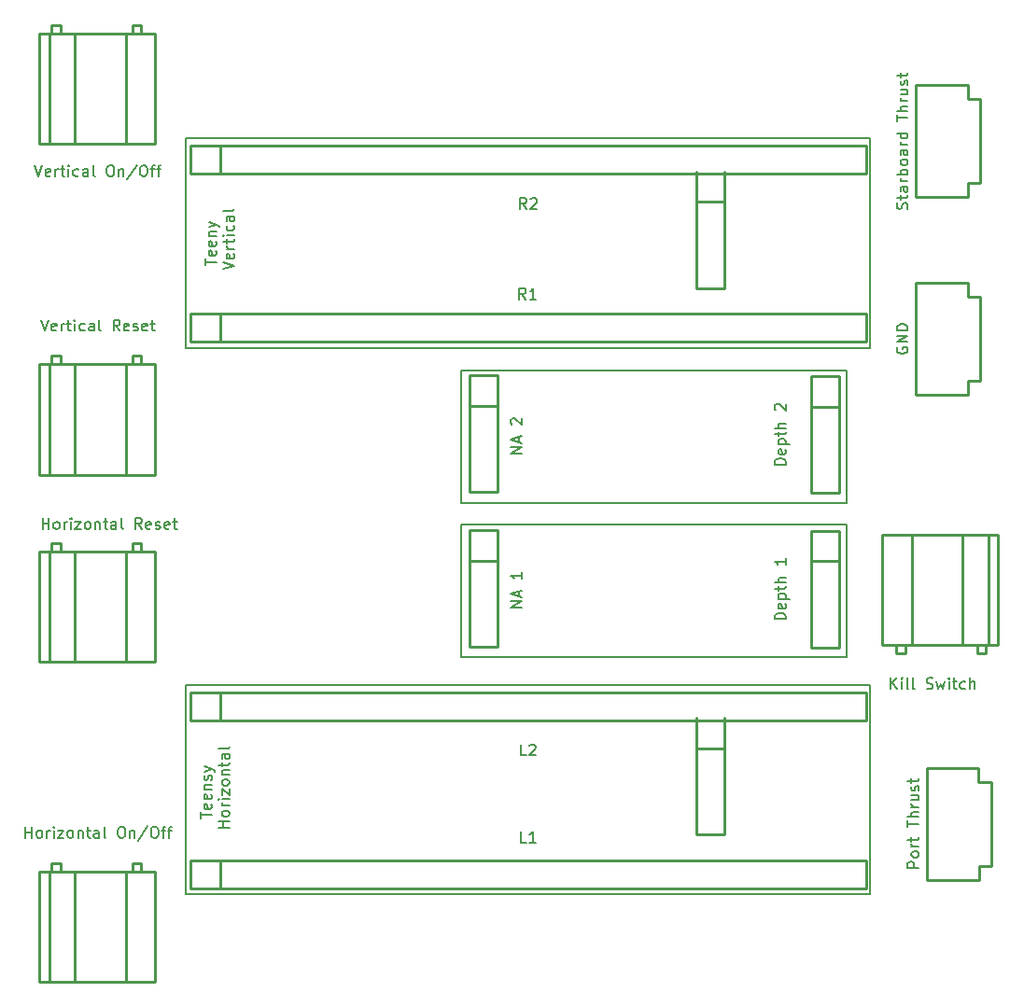
<source format=gbr>
%TF.GenerationSoftware,KiCad,Pcbnew,8.0.8*%
%TF.CreationDate,2025-01-20T13:06:51+08:00*%
%TF.ProjectId,project_pcb,70726f6a-6563-4745-9f70-63622e6b6963,rev?*%
%TF.SameCoordinates,Original*%
%TF.FileFunction,Legend,Top*%
%TF.FilePolarity,Positive*%
%FSLAX46Y46*%
G04 Gerber Fmt 4.6, Leading zero omitted, Abs format (unit mm)*
G04 Created by KiCad (PCBNEW 8.0.8) date 2025-01-20 13:06:51*
%MOMM*%
%LPD*%
G01*
G04 APERTURE LIST*
%ADD10C,0.200000*%
%ADD11C,0.250000*%
G04 APERTURE END LIST*
D10*
X86640000Y-93660000D02*
X86640000Y-74660000D01*
X146570000Y-107730000D02*
X111570000Y-107730000D01*
X86640000Y-143240000D02*
X86640000Y-124240000D01*
X111570000Y-95730000D02*
X146570000Y-95730000D01*
X111570000Y-121730000D02*
X111570000Y-109730000D01*
X146570000Y-95730000D02*
X146570000Y-107730000D01*
X148640000Y-124240000D02*
X148640000Y-143240000D01*
X86640000Y-124240000D02*
X148640000Y-124240000D01*
X111570000Y-107730000D02*
X111570000Y-95730000D01*
X146570000Y-109730000D02*
X146570000Y-121730000D01*
X86640000Y-74660000D02*
X148640000Y-74660000D01*
X146570000Y-121730000D02*
X111570000Y-121730000D01*
X148640000Y-74660000D02*
X148640000Y-93660000D01*
X148640000Y-93660000D02*
X86640000Y-93660000D01*
X111570000Y-109730000D02*
X146570000Y-109730000D01*
X148640000Y-143240000D02*
X86640000Y-143240000D01*
X87937275Y-136331904D02*
X87937275Y-135760476D01*
X88937275Y-136046190D02*
X87937275Y-136046190D01*
X88889656Y-135046190D02*
X88937275Y-135141428D01*
X88937275Y-135141428D02*
X88937275Y-135331904D01*
X88937275Y-135331904D02*
X88889656Y-135427142D01*
X88889656Y-135427142D02*
X88794417Y-135474761D01*
X88794417Y-135474761D02*
X88413465Y-135474761D01*
X88413465Y-135474761D02*
X88318227Y-135427142D01*
X88318227Y-135427142D02*
X88270608Y-135331904D01*
X88270608Y-135331904D02*
X88270608Y-135141428D01*
X88270608Y-135141428D02*
X88318227Y-135046190D01*
X88318227Y-135046190D02*
X88413465Y-134998571D01*
X88413465Y-134998571D02*
X88508703Y-134998571D01*
X88508703Y-134998571D02*
X88603941Y-135474761D01*
X88889656Y-134189047D02*
X88937275Y-134284285D01*
X88937275Y-134284285D02*
X88937275Y-134474761D01*
X88937275Y-134474761D02*
X88889656Y-134569999D01*
X88889656Y-134569999D02*
X88794417Y-134617618D01*
X88794417Y-134617618D02*
X88413465Y-134617618D01*
X88413465Y-134617618D02*
X88318227Y-134569999D01*
X88318227Y-134569999D02*
X88270608Y-134474761D01*
X88270608Y-134474761D02*
X88270608Y-134284285D01*
X88270608Y-134284285D02*
X88318227Y-134189047D01*
X88318227Y-134189047D02*
X88413465Y-134141428D01*
X88413465Y-134141428D02*
X88508703Y-134141428D01*
X88508703Y-134141428D02*
X88603941Y-134617618D01*
X88270608Y-133712856D02*
X88937275Y-133712856D01*
X88365846Y-133712856D02*
X88318227Y-133665237D01*
X88318227Y-133665237D02*
X88270608Y-133569999D01*
X88270608Y-133569999D02*
X88270608Y-133427142D01*
X88270608Y-133427142D02*
X88318227Y-133331904D01*
X88318227Y-133331904D02*
X88413465Y-133284285D01*
X88413465Y-133284285D02*
X88937275Y-133284285D01*
X88889656Y-132855713D02*
X88937275Y-132760475D01*
X88937275Y-132760475D02*
X88937275Y-132569999D01*
X88937275Y-132569999D02*
X88889656Y-132474761D01*
X88889656Y-132474761D02*
X88794417Y-132427142D01*
X88794417Y-132427142D02*
X88746798Y-132427142D01*
X88746798Y-132427142D02*
X88651560Y-132474761D01*
X88651560Y-132474761D02*
X88603941Y-132569999D01*
X88603941Y-132569999D02*
X88603941Y-132712856D01*
X88603941Y-132712856D02*
X88556322Y-132808094D01*
X88556322Y-132808094D02*
X88461084Y-132855713D01*
X88461084Y-132855713D02*
X88413465Y-132855713D01*
X88413465Y-132855713D02*
X88318227Y-132808094D01*
X88318227Y-132808094D02*
X88270608Y-132712856D01*
X88270608Y-132712856D02*
X88270608Y-132569999D01*
X88270608Y-132569999D02*
X88318227Y-132474761D01*
X88270608Y-132093808D02*
X88937275Y-131855713D01*
X88270608Y-131617618D02*
X88937275Y-131855713D01*
X88937275Y-131855713D02*
X89175370Y-131950951D01*
X89175370Y-131950951D02*
X89222989Y-131998570D01*
X89222989Y-131998570D02*
X89270608Y-132093808D01*
X90547219Y-137165238D02*
X89547219Y-137165238D01*
X90023409Y-137165238D02*
X90023409Y-136593810D01*
X90547219Y-136593810D02*
X89547219Y-136593810D01*
X90547219Y-135974762D02*
X90499600Y-136070000D01*
X90499600Y-136070000D02*
X90451980Y-136117619D01*
X90451980Y-136117619D02*
X90356742Y-136165238D01*
X90356742Y-136165238D02*
X90071028Y-136165238D01*
X90071028Y-136165238D02*
X89975790Y-136117619D01*
X89975790Y-136117619D02*
X89928171Y-136070000D01*
X89928171Y-136070000D02*
X89880552Y-135974762D01*
X89880552Y-135974762D02*
X89880552Y-135831905D01*
X89880552Y-135831905D02*
X89928171Y-135736667D01*
X89928171Y-135736667D02*
X89975790Y-135689048D01*
X89975790Y-135689048D02*
X90071028Y-135641429D01*
X90071028Y-135641429D02*
X90356742Y-135641429D01*
X90356742Y-135641429D02*
X90451980Y-135689048D01*
X90451980Y-135689048D02*
X90499600Y-135736667D01*
X90499600Y-135736667D02*
X90547219Y-135831905D01*
X90547219Y-135831905D02*
X90547219Y-135974762D01*
X90547219Y-135212857D02*
X89880552Y-135212857D01*
X90071028Y-135212857D02*
X89975790Y-135165238D01*
X89975790Y-135165238D02*
X89928171Y-135117619D01*
X89928171Y-135117619D02*
X89880552Y-135022381D01*
X89880552Y-135022381D02*
X89880552Y-134927143D01*
X90547219Y-134593809D02*
X89880552Y-134593809D01*
X89547219Y-134593809D02*
X89594838Y-134641428D01*
X89594838Y-134641428D02*
X89642457Y-134593809D01*
X89642457Y-134593809D02*
X89594838Y-134546190D01*
X89594838Y-134546190D02*
X89547219Y-134593809D01*
X89547219Y-134593809D02*
X89642457Y-134593809D01*
X89880552Y-134212857D02*
X89880552Y-133689048D01*
X89880552Y-133689048D02*
X90547219Y-134212857D01*
X90547219Y-134212857D02*
X90547219Y-133689048D01*
X90547219Y-133165238D02*
X90499600Y-133260476D01*
X90499600Y-133260476D02*
X90451980Y-133308095D01*
X90451980Y-133308095D02*
X90356742Y-133355714D01*
X90356742Y-133355714D02*
X90071028Y-133355714D01*
X90071028Y-133355714D02*
X89975790Y-133308095D01*
X89975790Y-133308095D02*
X89928171Y-133260476D01*
X89928171Y-133260476D02*
X89880552Y-133165238D01*
X89880552Y-133165238D02*
X89880552Y-133022381D01*
X89880552Y-133022381D02*
X89928171Y-132927143D01*
X89928171Y-132927143D02*
X89975790Y-132879524D01*
X89975790Y-132879524D02*
X90071028Y-132831905D01*
X90071028Y-132831905D02*
X90356742Y-132831905D01*
X90356742Y-132831905D02*
X90451980Y-132879524D01*
X90451980Y-132879524D02*
X90499600Y-132927143D01*
X90499600Y-132927143D02*
X90547219Y-133022381D01*
X90547219Y-133022381D02*
X90547219Y-133165238D01*
X89880552Y-132403333D02*
X90547219Y-132403333D01*
X89975790Y-132403333D02*
X89928171Y-132355714D01*
X89928171Y-132355714D02*
X89880552Y-132260476D01*
X89880552Y-132260476D02*
X89880552Y-132117619D01*
X89880552Y-132117619D02*
X89928171Y-132022381D01*
X89928171Y-132022381D02*
X90023409Y-131974762D01*
X90023409Y-131974762D02*
X90547219Y-131974762D01*
X89880552Y-131641428D02*
X89880552Y-131260476D01*
X89547219Y-131498571D02*
X90404361Y-131498571D01*
X90404361Y-131498571D02*
X90499600Y-131450952D01*
X90499600Y-131450952D02*
X90547219Y-131355714D01*
X90547219Y-131355714D02*
X90547219Y-131260476D01*
X90547219Y-130498571D02*
X90023409Y-130498571D01*
X90023409Y-130498571D02*
X89928171Y-130546190D01*
X89928171Y-130546190D02*
X89880552Y-130641428D01*
X89880552Y-130641428D02*
X89880552Y-130831904D01*
X89880552Y-130831904D02*
X89928171Y-130927142D01*
X90499600Y-130498571D02*
X90547219Y-130593809D01*
X90547219Y-130593809D02*
X90547219Y-130831904D01*
X90547219Y-130831904D02*
X90499600Y-130927142D01*
X90499600Y-130927142D02*
X90404361Y-130974761D01*
X90404361Y-130974761D02*
X90309123Y-130974761D01*
X90309123Y-130974761D02*
X90213885Y-130927142D01*
X90213885Y-130927142D02*
X90166266Y-130831904D01*
X90166266Y-130831904D02*
X90166266Y-130593809D01*
X90166266Y-130593809D02*
X90118647Y-130498571D01*
X90547219Y-129879523D02*
X90499600Y-129974761D01*
X90499600Y-129974761D02*
X90404361Y-130022380D01*
X90404361Y-130022380D02*
X89547219Y-130022380D01*
X88357275Y-86147142D02*
X88357275Y-85575714D01*
X89357275Y-85861428D02*
X88357275Y-85861428D01*
X89309656Y-84861428D02*
X89357275Y-84956666D01*
X89357275Y-84956666D02*
X89357275Y-85147142D01*
X89357275Y-85147142D02*
X89309656Y-85242380D01*
X89309656Y-85242380D02*
X89214417Y-85289999D01*
X89214417Y-85289999D02*
X88833465Y-85289999D01*
X88833465Y-85289999D02*
X88738227Y-85242380D01*
X88738227Y-85242380D02*
X88690608Y-85147142D01*
X88690608Y-85147142D02*
X88690608Y-84956666D01*
X88690608Y-84956666D02*
X88738227Y-84861428D01*
X88738227Y-84861428D02*
X88833465Y-84813809D01*
X88833465Y-84813809D02*
X88928703Y-84813809D01*
X88928703Y-84813809D02*
X89023941Y-85289999D01*
X89309656Y-84004285D02*
X89357275Y-84099523D01*
X89357275Y-84099523D02*
X89357275Y-84289999D01*
X89357275Y-84289999D02*
X89309656Y-84385237D01*
X89309656Y-84385237D02*
X89214417Y-84432856D01*
X89214417Y-84432856D02*
X88833465Y-84432856D01*
X88833465Y-84432856D02*
X88738227Y-84385237D01*
X88738227Y-84385237D02*
X88690608Y-84289999D01*
X88690608Y-84289999D02*
X88690608Y-84099523D01*
X88690608Y-84099523D02*
X88738227Y-84004285D01*
X88738227Y-84004285D02*
X88833465Y-83956666D01*
X88833465Y-83956666D02*
X88928703Y-83956666D01*
X88928703Y-83956666D02*
X89023941Y-84432856D01*
X88690608Y-83528094D02*
X89357275Y-83528094D01*
X88785846Y-83528094D02*
X88738227Y-83480475D01*
X88738227Y-83480475D02*
X88690608Y-83385237D01*
X88690608Y-83385237D02*
X88690608Y-83242380D01*
X88690608Y-83242380D02*
X88738227Y-83147142D01*
X88738227Y-83147142D02*
X88833465Y-83099523D01*
X88833465Y-83099523D02*
X89357275Y-83099523D01*
X88690608Y-82718570D02*
X89357275Y-82480475D01*
X88690608Y-82242380D02*
X89357275Y-82480475D01*
X89357275Y-82480475D02*
X89595370Y-82575713D01*
X89595370Y-82575713D02*
X89642989Y-82623332D01*
X89642989Y-82623332D02*
X89690608Y-82718570D01*
X89967219Y-86528095D02*
X90967219Y-86194762D01*
X90967219Y-86194762D02*
X89967219Y-85861429D01*
X90919600Y-85147143D02*
X90967219Y-85242381D01*
X90967219Y-85242381D02*
X90967219Y-85432857D01*
X90967219Y-85432857D02*
X90919600Y-85528095D01*
X90919600Y-85528095D02*
X90824361Y-85575714D01*
X90824361Y-85575714D02*
X90443409Y-85575714D01*
X90443409Y-85575714D02*
X90348171Y-85528095D01*
X90348171Y-85528095D02*
X90300552Y-85432857D01*
X90300552Y-85432857D02*
X90300552Y-85242381D01*
X90300552Y-85242381D02*
X90348171Y-85147143D01*
X90348171Y-85147143D02*
X90443409Y-85099524D01*
X90443409Y-85099524D02*
X90538647Y-85099524D01*
X90538647Y-85099524D02*
X90633885Y-85575714D01*
X90967219Y-84670952D02*
X90300552Y-84670952D01*
X90491028Y-84670952D02*
X90395790Y-84623333D01*
X90395790Y-84623333D02*
X90348171Y-84575714D01*
X90348171Y-84575714D02*
X90300552Y-84480476D01*
X90300552Y-84480476D02*
X90300552Y-84385238D01*
X90300552Y-84194761D02*
X90300552Y-83813809D01*
X89967219Y-84051904D02*
X90824361Y-84051904D01*
X90824361Y-84051904D02*
X90919600Y-84004285D01*
X90919600Y-84004285D02*
X90967219Y-83909047D01*
X90967219Y-83909047D02*
X90967219Y-83813809D01*
X90967219Y-83480475D02*
X90300552Y-83480475D01*
X89967219Y-83480475D02*
X90014838Y-83528094D01*
X90014838Y-83528094D02*
X90062457Y-83480475D01*
X90062457Y-83480475D02*
X90014838Y-83432856D01*
X90014838Y-83432856D02*
X89967219Y-83480475D01*
X89967219Y-83480475D02*
X90062457Y-83480475D01*
X90919600Y-82575714D02*
X90967219Y-82670952D01*
X90967219Y-82670952D02*
X90967219Y-82861428D01*
X90967219Y-82861428D02*
X90919600Y-82956666D01*
X90919600Y-82956666D02*
X90871980Y-83004285D01*
X90871980Y-83004285D02*
X90776742Y-83051904D01*
X90776742Y-83051904D02*
X90491028Y-83051904D01*
X90491028Y-83051904D02*
X90395790Y-83004285D01*
X90395790Y-83004285D02*
X90348171Y-82956666D01*
X90348171Y-82956666D02*
X90300552Y-82861428D01*
X90300552Y-82861428D02*
X90300552Y-82670952D01*
X90300552Y-82670952D02*
X90348171Y-82575714D01*
X90967219Y-81718571D02*
X90443409Y-81718571D01*
X90443409Y-81718571D02*
X90348171Y-81766190D01*
X90348171Y-81766190D02*
X90300552Y-81861428D01*
X90300552Y-81861428D02*
X90300552Y-82051904D01*
X90300552Y-82051904D02*
X90348171Y-82147142D01*
X90919600Y-81718571D02*
X90967219Y-81813809D01*
X90967219Y-81813809D02*
X90967219Y-82051904D01*
X90967219Y-82051904D02*
X90919600Y-82147142D01*
X90919600Y-82147142D02*
X90824361Y-82194761D01*
X90824361Y-82194761D02*
X90729123Y-82194761D01*
X90729123Y-82194761D02*
X90633885Y-82147142D01*
X90633885Y-82147142D02*
X90586266Y-82051904D01*
X90586266Y-82051904D02*
X90586266Y-81813809D01*
X90586266Y-81813809D02*
X90538647Y-81718571D01*
X90967219Y-81099523D02*
X90919600Y-81194761D01*
X90919600Y-81194761D02*
X90824361Y-81242380D01*
X90824361Y-81242380D02*
X89967219Y-81242380D01*
X73616189Y-110112219D02*
X73616189Y-109112219D01*
X73616189Y-109588409D02*
X74187617Y-109588409D01*
X74187617Y-110112219D02*
X74187617Y-109112219D01*
X74806665Y-110112219D02*
X74711427Y-110064600D01*
X74711427Y-110064600D02*
X74663808Y-110016980D01*
X74663808Y-110016980D02*
X74616189Y-109921742D01*
X74616189Y-109921742D02*
X74616189Y-109636028D01*
X74616189Y-109636028D02*
X74663808Y-109540790D01*
X74663808Y-109540790D02*
X74711427Y-109493171D01*
X74711427Y-109493171D02*
X74806665Y-109445552D01*
X74806665Y-109445552D02*
X74949522Y-109445552D01*
X74949522Y-109445552D02*
X75044760Y-109493171D01*
X75044760Y-109493171D02*
X75092379Y-109540790D01*
X75092379Y-109540790D02*
X75139998Y-109636028D01*
X75139998Y-109636028D02*
X75139998Y-109921742D01*
X75139998Y-109921742D02*
X75092379Y-110016980D01*
X75092379Y-110016980D02*
X75044760Y-110064600D01*
X75044760Y-110064600D02*
X74949522Y-110112219D01*
X74949522Y-110112219D02*
X74806665Y-110112219D01*
X75568570Y-110112219D02*
X75568570Y-109445552D01*
X75568570Y-109636028D02*
X75616189Y-109540790D01*
X75616189Y-109540790D02*
X75663808Y-109493171D01*
X75663808Y-109493171D02*
X75759046Y-109445552D01*
X75759046Y-109445552D02*
X75854284Y-109445552D01*
X76187618Y-110112219D02*
X76187618Y-109445552D01*
X76187618Y-109112219D02*
X76139999Y-109159838D01*
X76139999Y-109159838D02*
X76187618Y-109207457D01*
X76187618Y-109207457D02*
X76235237Y-109159838D01*
X76235237Y-109159838D02*
X76187618Y-109112219D01*
X76187618Y-109112219D02*
X76187618Y-109207457D01*
X76568570Y-109445552D02*
X77092379Y-109445552D01*
X77092379Y-109445552D02*
X76568570Y-110112219D01*
X76568570Y-110112219D02*
X77092379Y-110112219D01*
X77616189Y-110112219D02*
X77520951Y-110064600D01*
X77520951Y-110064600D02*
X77473332Y-110016980D01*
X77473332Y-110016980D02*
X77425713Y-109921742D01*
X77425713Y-109921742D02*
X77425713Y-109636028D01*
X77425713Y-109636028D02*
X77473332Y-109540790D01*
X77473332Y-109540790D02*
X77520951Y-109493171D01*
X77520951Y-109493171D02*
X77616189Y-109445552D01*
X77616189Y-109445552D02*
X77759046Y-109445552D01*
X77759046Y-109445552D02*
X77854284Y-109493171D01*
X77854284Y-109493171D02*
X77901903Y-109540790D01*
X77901903Y-109540790D02*
X77949522Y-109636028D01*
X77949522Y-109636028D02*
X77949522Y-109921742D01*
X77949522Y-109921742D02*
X77901903Y-110016980D01*
X77901903Y-110016980D02*
X77854284Y-110064600D01*
X77854284Y-110064600D02*
X77759046Y-110112219D01*
X77759046Y-110112219D02*
X77616189Y-110112219D01*
X78378094Y-109445552D02*
X78378094Y-110112219D01*
X78378094Y-109540790D02*
X78425713Y-109493171D01*
X78425713Y-109493171D02*
X78520951Y-109445552D01*
X78520951Y-109445552D02*
X78663808Y-109445552D01*
X78663808Y-109445552D02*
X78759046Y-109493171D01*
X78759046Y-109493171D02*
X78806665Y-109588409D01*
X78806665Y-109588409D02*
X78806665Y-110112219D01*
X79139999Y-109445552D02*
X79520951Y-109445552D01*
X79282856Y-109112219D02*
X79282856Y-109969361D01*
X79282856Y-109969361D02*
X79330475Y-110064600D01*
X79330475Y-110064600D02*
X79425713Y-110112219D01*
X79425713Y-110112219D02*
X79520951Y-110112219D01*
X80282856Y-110112219D02*
X80282856Y-109588409D01*
X80282856Y-109588409D02*
X80235237Y-109493171D01*
X80235237Y-109493171D02*
X80139999Y-109445552D01*
X80139999Y-109445552D02*
X79949523Y-109445552D01*
X79949523Y-109445552D02*
X79854285Y-109493171D01*
X80282856Y-110064600D02*
X80187618Y-110112219D01*
X80187618Y-110112219D02*
X79949523Y-110112219D01*
X79949523Y-110112219D02*
X79854285Y-110064600D01*
X79854285Y-110064600D02*
X79806666Y-109969361D01*
X79806666Y-109969361D02*
X79806666Y-109874123D01*
X79806666Y-109874123D02*
X79854285Y-109778885D01*
X79854285Y-109778885D02*
X79949523Y-109731266D01*
X79949523Y-109731266D02*
X80187618Y-109731266D01*
X80187618Y-109731266D02*
X80282856Y-109683647D01*
X80901904Y-110112219D02*
X80806666Y-110064600D01*
X80806666Y-110064600D02*
X80759047Y-109969361D01*
X80759047Y-109969361D02*
X80759047Y-109112219D01*
X82616190Y-110112219D02*
X82282857Y-109636028D01*
X82044762Y-110112219D02*
X82044762Y-109112219D01*
X82044762Y-109112219D02*
X82425714Y-109112219D01*
X82425714Y-109112219D02*
X82520952Y-109159838D01*
X82520952Y-109159838D02*
X82568571Y-109207457D01*
X82568571Y-109207457D02*
X82616190Y-109302695D01*
X82616190Y-109302695D02*
X82616190Y-109445552D01*
X82616190Y-109445552D02*
X82568571Y-109540790D01*
X82568571Y-109540790D02*
X82520952Y-109588409D01*
X82520952Y-109588409D02*
X82425714Y-109636028D01*
X82425714Y-109636028D02*
X82044762Y-109636028D01*
X83425714Y-110064600D02*
X83330476Y-110112219D01*
X83330476Y-110112219D02*
X83140000Y-110112219D01*
X83140000Y-110112219D02*
X83044762Y-110064600D01*
X83044762Y-110064600D02*
X82997143Y-109969361D01*
X82997143Y-109969361D02*
X82997143Y-109588409D01*
X82997143Y-109588409D02*
X83044762Y-109493171D01*
X83044762Y-109493171D02*
X83140000Y-109445552D01*
X83140000Y-109445552D02*
X83330476Y-109445552D01*
X83330476Y-109445552D02*
X83425714Y-109493171D01*
X83425714Y-109493171D02*
X83473333Y-109588409D01*
X83473333Y-109588409D02*
X83473333Y-109683647D01*
X83473333Y-109683647D02*
X82997143Y-109778885D01*
X83854286Y-110064600D02*
X83949524Y-110112219D01*
X83949524Y-110112219D02*
X84140000Y-110112219D01*
X84140000Y-110112219D02*
X84235238Y-110064600D01*
X84235238Y-110064600D02*
X84282857Y-109969361D01*
X84282857Y-109969361D02*
X84282857Y-109921742D01*
X84282857Y-109921742D02*
X84235238Y-109826504D01*
X84235238Y-109826504D02*
X84140000Y-109778885D01*
X84140000Y-109778885D02*
X83997143Y-109778885D01*
X83997143Y-109778885D02*
X83901905Y-109731266D01*
X83901905Y-109731266D02*
X83854286Y-109636028D01*
X83854286Y-109636028D02*
X83854286Y-109588409D01*
X83854286Y-109588409D02*
X83901905Y-109493171D01*
X83901905Y-109493171D02*
X83997143Y-109445552D01*
X83997143Y-109445552D02*
X84140000Y-109445552D01*
X84140000Y-109445552D02*
X84235238Y-109493171D01*
X85092381Y-110064600D02*
X84997143Y-110112219D01*
X84997143Y-110112219D02*
X84806667Y-110112219D01*
X84806667Y-110112219D02*
X84711429Y-110064600D01*
X84711429Y-110064600D02*
X84663810Y-109969361D01*
X84663810Y-109969361D02*
X84663810Y-109588409D01*
X84663810Y-109588409D02*
X84711429Y-109493171D01*
X84711429Y-109493171D02*
X84806667Y-109445552D01*
X84806667Y-109445552D02*
X84997143Y-109445552D01*
X84997143Y-109445552D02*
X85092381Y-109493171D01*
X85092381Y-109493171D02*
X85140000Y-109588409D01*
X85140000Y-109588409D02*
X85140000Y-109683647D01*
X85140000Y-109683647D02*
X84663810Y-109778885D01*
X85425715Y-109445552D02*
X85806667Y-109445552D01*
X85568572Y-109112219D02*
X85568572Y-109969361D01*
X85568572Y-109969361D02*
X85616191Y-110064600D01*
X85616191Y-110064600D02*
X85711429Y-110112219D01*
X85711429Y-110112219D02*
X85806667Y-110112219D01*
X73473332Y-91112219D02*
X73806665Y-92112219D01*
X73806665Y-92112219D02*
X74139998Y-91112219D01*
X74854284Y-92064600D02*
X74759046Y-92112219D01*
X74759046Y-92112219D02*
X74568570Y-92112219D01*
X74568570Y-92112219D02*
X74473332Y-92064600D01*
X74473332Y-92064600D02*
X74425713Y-91969361D01*
X74425713Y-91969361D02*
X74425713Y-91588409D01*
X74425713Y-91588409D02*
X74473332Y-91493171D01*
X74473332Y-91493171D02*
X74568570Y-91445552D01*
X74568570Y-91445552D02*
X74759046Y-91445552D01*
X74759046Y-91445552D02*
X74854284Y-91493171D01*
X74854284Y-91493171D02*
X74901903Y-91588409D01*
X74901903Y-91588409D02*
X74901903Y-91683647D01*
X74901903Y-91683647D02*
X74425713Y-91778885D01*
X75330475Y-92112219D02*
X75330475Y-91445552D01*
X75330475Y-91636028D02*
X75378094Y-91540790D01*
X75378094Y-91540790D02*
X75425713Y-91493171D01*
X75425713Y-91493171D02*
X75520951Y-91445552D01*
X75520951Y-91445552D02*
X75616189Y-91445552D01*
X75806666Y-91445552D02*
X76187618Y-91445552D01*
X75949523Y-91112219D02*
X75949523Y-91969361D01*
X75949523Y-91969361D02*
X75997142Y-92064600D01*
X75997142Y-92064600D02*
X76092380Y-92112219D01*
X76092380Y-92112219D02*
X76187618Y-92112219D01*
X76520952Y-92112219D02*
X76520952Y-91445552D01*
X76520952Y-91112219D02*
X76473333Y-91159838D01*
X76473333Y-91159838D02*
X76520952Y-91207457D01*
X76520952Y-91207457D02*
X76568571Y-91159838D01*
X76568571Y-91159838D02*
X76520952Y-91112219D01*
X76520952Y-91112219D02*
X76520952Y-91207457D01*
X77425713Y-92064600D02*
X77330475Y-92112219D01*
X77330475Y-92112219D02*
X77139999Y-92112219D01*
X77139999Y-92112219D02*
X77044761Y-92064600D01*
X77044761Y-92064600D02*
X76997142Y-92016980D01*
X76997142Y-92016980D02*
X76949523Y-91921742D01*
X76949523Y-91921742D02*
X76949523Y-91636028D01*
X76949523Y-91636028D02*
X76997142Y-91540790D01*
X76997142Y-91540790D02*
X77044761Y-91493171D01*
X77044761Y-91493171D02*
X77139999Y-91445552D01*
X77139999Y-91445552D02*
X77330475Y-91445552D01*
X77330475Y-91445552D02*
X77425713Y-91493171D01*
X78282856Y-92112219D02*
X78282856Y-91588409D01*
X78282856Y-91588409D02*
X78235237Y-91493171D01*
X78235237Y-91493171D02*
X78139999Y-91445552D01*
X78139999Y-91445552D02*
X77949523Y-91445552D01*
X77949523Y-91445552D02*
X77854285Y-91493171D01*
X78282856Y-92064600D02*
X78187618Y-92112219D01*
X78187618Y-92112219D02*
X77949523Y-92112219D01*
X77949523Y-92112219D02*
X77854285Y-92064600D01*
X77854285Y-92064600D02*
X77806666Y-91969361D01*
X77806666Y-91969361D02*
X77806666Y-91874123D01*
X77806666Y-91874123D02*
X77854285Y-91778885D01*
X77854285Y-91778885D02*
X77949523Y-91731266D01*
X77949523Y-91731266D02*
X78187618Y-91731266D01*
X78187618Y-91731266D02*
X78282856Y-91683647D01*
X78901904Y-92112219D02*
X78806666Y-92064600D01*
X78806666Y-92064600D02*
X78759047Y-91969361D01*
X78759047Y-91969361D02*
X78759047Y-91112219D01*
X80616190Y-92112219D02*
X80282857Y-91636028D01*
X80044762Y-92112219D02*
X80044762Y-91112219D01*
X80044762Y-91112219D02*
X80425714Y-91112219D01*
X80425714Y-91112219D02*
X80520952Y-91159838D01*
X80520952Y-91159838D02*
X80568571Y-91207457D01*
X80568571Y-91207457D02*
X80616190Y-91302695D01*
X80616190Y-91302695D02*
X80616190Y-91445552D01*
X80616190Y-91445552D02*
X80568571Y-91540790D01*
X80568571Y-91540790D02*
X80520952Y-91588409D01*
X80520952Y-91588409D02*
X80425714Y-91636028D01*
X80425714Y-91636028D02*
X80044762Y-91636028D01*
X81425714Y-92064600D02*
X81330476Y-92112219D01*
X81330476Y-92112219D02*
X81140000Y-92112219D01*
X81140000Y-92112219D02*
X81044762Y-92064600D01*
X81044762Y-92064600D02*
X80997143Y-91969361D01*
X80997143Y-91969361D02*
X80997143Y-91588409D01*
X80997143Y-91588409D02*
X81044762Y-91493171D01*
X81044762Y-91493171D02*
X81140000Y-91445552D01*
X81140000Y-91445552D02*
X81330476Y-91445552D01*
X81330476Y-91445552D02*
X81425714Y-91493171D01*
X81425714Y-91493171D02*
X81473333Y-91588409D01*
X81473333Y-91588409D02*
X81473333Y-91683647D01*
X81473333Y-91683647D02*
X80997143Y-91778885D01*
X81854286Y-92064600D02*
X81949524Y-92112219D01*
X81949524Y-92112219D02*
X82140000Y-92112219D01*
X82140000Y-92112219D02*
X82235238Y-92064600D01*
X82235238Y-92064600D02*
X82282857Y-91969361D01*
X82282857Y-91969361D02*
X82282857Y-91921742D01*
X82282857Y-91921742D02*
X82235238Y-91826504D01*
X82235238Y-91826504D02*
X82140000Y-91778885D01*
X82140000Y-91778885D02*
X81997143Y-91778885D01*
X81997143Y-91778885D02*
X81901905Y-91731266D01*
X81901905Y-91731266D02*
X81854286Y-91636028D01*
X81854286Y-91636028D02*
X81854286Y-91588409D01*
X81854286Y-91588409D02*
X81901905Y-91493171D01*
X81901905Y-91493171D02*
X81997143Y-91445552D01*
X81997143Y-91445552D02*
X82140000Y-91445552D01*
X82140000Y-91445552D02*
X82235238Y-91493171D01*
X83092381Y-92064600D02*
X82997143Y-92112219D01*
X82997143Y-92112219D02*
X82806667Y-92112219D01*
X82806667Y-92112219D02*
X82711429Y-92064600D01*
X82711429Y-92064600D02*
X82663810Y-91969361D01*
X82663810Y-91969361D02*
X82663810Y-91588409D01*
X82663810Y-91588409D02*
X82711429Y-91493171D01*
X82711429Y-91493171D02*
X82806667Y-91445552D01*
X82806667Y-91445552D02*
X82997143Y-91445552D01*
X82997143Y-91445552D02*
X83092381Y-91493171D01*
X83092381Y-91493171D02*
X83140000Y-91588409D01*
X83140000Y-91588409D02*
X83140000Y-91683647D01*
X83140000Y-91683647D02*
X82663810Y-91778885D01*
X83425715Y-91445552D02*
X83806667Y-91445552D01*
X83568572Y-91112219D02*
X83568572Y-91969361D01*
X83568572Y-91969361D02*
X83616191Y-92064600D01*
X83616191Y-92064600D02*
X83711429Y-92112219D01*
X83711429Y-92112219D02*
X83806667Y-92112219D01*
X117503333Y-81052219D02*
X117170000Y-80576028D01*
X116931905Y-81052219D02*
X116931905Y-80052219D01*
X116931905Y-80052219D02*
X117312857Y-80052219D01*
X117312857Y-80052219D02*
X117408095Y-80099838D01*
X117408095Y-80099838D02*
X117455714Y-80147457D01*
X117455714Y-80147457D02*
X117503333Y-80242695D01*
X117503333Y-80242695D02*
X117503333Y-80385552D01*
X117503333Y-80385552D02*
X117455714Y-80480790D01*
X117455714Y-80480790D02*
X117408095Y-80528409D01*
X117408095Y-80528409D02*
X117312857Y-80576028D01*
X117312857Y-80576028D02*
X116931905Y-80576028D01*
X117884286Y-80147457D02*
X117931905Y-80099838D01*
X117931905Y-80099838D02*
X118027143Y-80052219D01*
X118027143Y-80052219D02*
X118265238Y-80052219D01*
X118265238Y-80052219D02*
X118360476Y-80099838D01*
X118360476Y-80099838D02*
X118408095Y-80147457D01*
X118408095Y-80147457D02*
X118455714Y-80242695D01*
X118455714Y-80242695D02*
X118455714Y-80337933D01*
X118455714Y-80337933D02*
X118408095Y-80480790D01*
X118408095Y-80480790D02*
X117836667Y-81052219D01*
X117836667Y-81052219D02*
X118455714Y-81052219D01*
X153092219Y-140826191D02*
X152092219Y-140826191D01*
X152092219Y-140826191D02*
X152092219Y-140445239D01*
X152092219Y-140445239D02*
X152139838Y-140350001D01*
X152139838Y-140350001D02*
X152187457Y-140302382D01*
X152187457Y-140302382D02*
X152282695Y-140254763D01*
X152282695Y-140254763D02*
X152425552Y-140254763D01*
X152425552Y-140254763D02*
X152520790Y-140302382D01*
X152520790Y-140302382D02*
X152568409Y-140350001D01*
X152568409Y-140350001D02*
X152616028Y-140445239D01*
X152616028Y-140445239D02*
X152616028Y-140826191D01*
X153092219Y-139683334D02*
X153044600Y-139778572D01*
X153044600Y-139778572D02*
X152996980Y-139826191D01*
X152996980Y-139826191D02*
X152901742Y-139873810D01*
X152901742Y-139873810D02*
X152616028Y-139873810D01*
X152616028Y-139873810D02*
X152520790Y-139826191D01*
X152520790Y-139826191D02*
X152473171Y-139778572D01*
X152473171Y-139778572D02*
X152425552Y-139683334D01*
X152425552Y-139683334D02*
X152425552Y-139540477D01*
X152425552Y-139540477D02*
X152473171Y-139445239D01*
X152473171Y-139445239D02*
X152520790Y-139397620D01*
X152520790Y-139397620D02*
X152616028Y-139350001D01*
X152616028Y-139350001D02*
X152901742Y-139350001D01*
X152901742Y-139350001D02*
X152996980Y-139397620D01*
X152996980Y-139397620D02*
X153044600Y-139445239D01*
X153044600Y-139445239D02*
X153092219Y-139540477D01*
X153092219Y-139540477D02*
X153092219Y-139683334D01*
X153092219Y-138921429D02*
X152425552Y-138921429D01*
X152616028Y-138921429D02*
X152520790Y-138873810D01*
X152520790Y-138873810D02*
X152473171Y-138826191D01*
X152473171Y-138826191D02*
X152425552Y-138730953D01*
X152425552Y-138730953D02*
X152425552Y-138635715D01*
X152425552Y-138445238D02*
X152425552Y-138064286D01*
X152092219Y-138302381D02*
X152949361Y-138302381D01*
X152949361Y-138302381D02*
X153044600Y-138254762D01*
X153044600Y-138254762D02*
X153092219Y-138159524D01*
X153092219Y-138159524D02*
X153092219Y-138064286D01*
X152092219Y-137111904D02*
X152092219Y-136540476D01*
X153092219Y-136826190D02*
X152092219Y-136826190D01*
X153092219Y-136207142D02*
X152092219Y-136207142D01*
X153092219Y-135778571D02*
X152568409Y-135778571D01*
X152568409Y-135778571D02*
X152473171Y-135826190D01*
X152473171Y-135826190D02*
X152425552Y-135921428D01*
X152425552Y-135921428D02*
X152425552Y-136064285D01*
X152425552Y-136064285D02*
X152473171Y-136159523D01*
X152473171Y-136159523D02*
X152520790Y-136207142D01*
X153092219Y-135302380D02*
X152425552Y-135302380D01*
X152616028Y-135302380D02*
X152520790Y-135254761D01*
X152520790Y-135254761D02*
X152473171Y-135207142D01*
X152473171Y-135207142D02*
X152425552Y-135111904D01*
X152425552Y-135111904D02*
X152425552Y-135016666D01*
X152425552Y-134254761D02*
X153092219Y-134254761D01*
X152425552Y-134683332D02*
X152949361Y-134683332D01*
X152949361Y-134683332D02*
X153044600Y-134635713D01*
X153044600Y-134635713D02*
X153092219Y-134540475D01*
X153092219Y-134540475D02*
X153092219Y-134397618D01*
X153092219Y-134397618D02*
X153044600Y-134302380D01*
X153044600Y-134302380D02*
X152996980Y-134254761D01*
X153044600Y-133826189D02*
X153092219Y-133730951D01*
X153092219Y-133730951D02*
X153092219Y-133540475D01*
X153092219Y-133540475D02*
X153044600Y-133445237D01*
X153044600Y-133445237D02*
X152949361Y-133397618D01*
X152949361Y-133397618D02*
X152901742Y-133397618D01*
X152901742Y-133397618D02*
X152806504Y-133445237D01*
X152806504Y-133445237D02*
X152758885Y-133540475D01*
X152758885Y-133540475D02*
X152758885Y-133683332D01*
X152758885Y-133683332D02*
X152711266Y-133778570D01*
X152711266Y-133778570D02*
X152616028Y-133826189D01*
X152616028Y-133826189D02*
X152568409Y-133826189D01*
X152568409Y-133826189D02*
X152473171Y-133778570D01*
X152473171Y-133778570D02*
X152425552Y-133683332D01*
X152425552Y-133683332D02*
X152425552Y-133540475D01*
X152425552Y-133540475D02*
X152473171Y-133445237D01*
X152425552Y-133111903D02*
X152425552Y-132730951D01*
X152092219Y-132969046D02*
X152949361Y-132969046D01*
X152949361Y-132969046D02*
X153044600Y-132921427D01*
X153044600Y-132921427D02*
X153092219Y-132826189D01*
X153092219Y-132826189D02*
X153092219Y-132730951D01*
X117092219Y-117231428D02*
X116092219Y-117231428D01*
X116092219Y-117231428D02*
X117092219Y-116660000D01*
X117092219Y-116660000D02*
X116092219Y-116660000D01*
X116806504Y-116231428D02*
X116806504Y-115755238D01*
X117092219Y-116326666D02*
X116092219Y-115993333D01*
X116092219Y-115993333D02*
X117092219Y-115660000D01*
X117092219Y-114040952D02*
X117092219Y-114612380D01*
X117092219Y-114326666D02*
X116092219Y-114326666D01*
X116092219Y-114326666D02*
X116235076Y-114421904D01*
X116235076Y-114421904D02*
X116330314Y-114517142D01*
X116330314Y-114517142D02*
X116377933Y-114612380D01*
X72068570Y-138112219D02*
X72068570Y-137112219D01*
X72068570Y-137588409D02*
X72639998Y-137588409D01*
X72639998Y-138112219D02*
X72639998Y-137112219D01*
X73259046Y-138112219D02*
X73163808Y-138064600D01*
X73163808Y-138064600D02*
X73116189Y-138016980D01*
X73116189Y-138016980D02*
X73068570Y-137921742D01*
X73068570Y-137921742D02*
X73068570Y-137636028D01*
X73068570Y-137636028D02*
X73116189Y-137540790D01*
X73116189Y-137540790D02*
X73163808Y-137493171D01*
X73163808Y-137493171D02*
X73259046Y-137445552D01*
X73259046Y-137445552D02*
X73401903Y-137445552D01*
X73401903Y-137445552D02*
X73497141Y-137493171D01*
X73497141Y-137493171D02*
X73544760Y-137540790D01*
X73544760Y-137540790D02*
X73592379Y-137636028D01*
X73592379Y-137636028D02*
X73592379Y-137921742D01*
X73592379Y-137921742D02*
X73544760Y-138016980D01*
X73544760Y-138016980D02*
X73497141Y-138064600D01*
X73497141Y-138064600D02*
X73401903Y-138112219D01*
X73401903Y-138112219D02*
X73259046Y-138112219D01*
X74020951Y-138112219D02*
X74020951Y-137445552D01*
X74020951Y-137636028D02*
X74068570Y-137540790D01*
X74068570Y-137540790D02*
X74116189Y-137493171D01*
X74116189Y-137493171D02*
X74211427Y-137445552D01*
X74211427Y-137445552D02*
X74306665Y-137445552D01*
X74639999Y-138112219D02*
X74639999Y-137445552D01*
X74639999Y-137112219D02*
X74592380Y-137159838D01*
X74592380Y-137159838D02*
X74639999Y-137207457D01*
X74639999Y-137207457D02*
X74687618Y-137159838D01*
X74687618Y-137159838D02*
X74639999Y-137112219D01*
X74639999Y-137112219D02*
X74639999Y-137207457D01*
X75020951Y-137445552D02*
X75544760Y-137445552D01*
X75544760Y-137445552D02*
X75020951Y-138112219D01*
X75020951Y-138112219D02*
X75544760Y-138112219D01*
X76068570Y-138112219D02*
X75973332Y-138064600D01*
X75973332Y-138064600D02*
X75925713Y-138016980D01*
X75925713Y-138016980D02*
X75878094Y-137921742D01*
X75878094Y-137921742D02*
X75878094Y-137636028D01*
X75878094Y-137636028D02*
X75925713Y-137540790D01*
X75925713Y-137540790D02*
X75973332Y-137493171D01*
X75973332Y-137493171D02*
X76068570Y-137445552D01*
X76068570Y-137445552D02*
X76211427Y-137445552D01*
X76211427Y-137445552D02*
X76306665Y-137493171D01*
X76306665Y-137493171D02*
X76354284Y-137540790D01*
X76354284Y-137540790D02*
X76401903Y-137636028D01*
X76401903Y-137636028D02*
X76401903Y-137921742D01*
X76401903Y-137921742D02*
X76354284Y-138016980D01*
X76354284Y-138016980D02*
X76306665Y-138064600D01*
X76306665Y-138064600D02*
X76211427Y-138112219D01*
X76211427Y-138112219D02*
X76068570Y-138112219D01*
X76830475Y-137445552D02*
X76830475Y-138112219D01*
X76830475Y-137540790D02*
X76878094Y-137493171D01*
X76878094Y-137493171D02*
X76973332Y-137445552D01*
X76973332Y-137445552D02*
X77116189Y-137445552D01*
X77116189Y-137445552D02*
X77211427Y-137493171D01*
X77211427Y-137493171D02*
X77259046Y-137588409D01*
X77259046Y-137588409D02*
X77259046Y-138112219D01*
X77592380Y-137445552D02*
X77973332Y-137445552D01*
X77735237Y-137112219D02*
X77735237Y-137969361D01*
X77735237Y-137969361D02*
X77782856Y-138064600D01*
X77782856Y-138064600D02*
X77878094Y-138112219D01*
X77878094Y-138112219D02*
X77973332Y-138112219D01*
X78735237Y-138112219D02*
X78735237Y-137588409D01*
X78735237Y-137588409D02*
X78687618Y-137493171D01*
X78687618Y-137493171D02*
X78592380Y-137445552D01*
X78592380Y-137445552D02*
X78401904Y-137445552D01*
X78401904Y-137445552D02*
X78306666Y-137493171D01*
X78735237Y-138064600D02*
X78639999Y-138112219D01*
X78639999Y-138112219D02*
X78401904Y-138112219D01*
X78401904Y-138112219D02*
X78306666Y-138064600D01*
X78306666Y-138064600D02*
X78259047Y-137969361D01*
X78259047Y-137969361D02*
X78259047Y-137874123D01*
X78259047Y-137874123D02*
X78306666Y-137778885D01*
X78306666Y-137778885D02*
X78401904Y-137731266D01*
X78401904Y-137731266D02*
X78639999Y-137731266D01*
X78639999Y-137731266D02*
X78735237Y-137683647D01*
X79354285Y-138112219D02*
X79259047Y-138064600D01*
X79259047Y-138064600D02*
X79211428Y-137969361D01*
X79211428Y-137969361D02*
X79211428Y-137112219D01*
X80687619Y-137112219D02*
X80878095Y-137112219D01*
X80878095Y-137112219D02*
X80973333Y-137159838D01*
X80973333Y-137159838D02*
X81068571Y-137255076D01*
X81068571Y-137255076D02*
X81116190Y-137445552D01*
X81116190Y-137445552D02*
X81116190Y-137778885D01*
X81116190Y-137778885D02*
X81068571Y-137969361D01*
X81068571Y-137969361D02*
X80973333Y-138064600D01*
X80973333Y-138064600D02*
X80878095Y-138112219D01*
X80878095Y-138112219D02*
X80687619Y-138112219D01*
X80687619Y-138112219D02*
X80592381Y-138064600D01*
X80592381Y-138064600D02*
X80497143Y-137969361D01*
X80497143Y-137969361D02*
X80449524Y-137778885D01*
X80449524Y-137778885D02*
X80449524Y-137445552D01*
X80449524Y-137445552D02*
X80497143Y-137255076D01*
X80497143Y-137255076D02*
X80592381Y-137159838D01*
X80592381Y-137159838D02*
X80687619Y-137112219D01*
X81544762Y-137445552D02*
X81544762Y-138112219D01*
X81544762Y-137540790D02*
X81592381Y-137493171D01*
X81592381Y-137493171D02*
X81687619Y-137445552D01*
X81687619Y-137445552D02*
X81830476Y-137445552D01*
X81830476Y-137445552D02*
X81925714Y-137493171D01*
X81925714Y-137493171D02*
X81973333Y-137588409D01*
X81973333Y-137588409D02*
X81973333Y-138112219D01*
X83163809Y-137064600D02*
X82306667Y-138350314D01*
X83687619Y-137112219D02*
X83878095Y-137112219D01*
X83878095Y-137112219D02*
X83973333Y-137159838D01*
X83973333Y-137159838D02*
X84068571Y-137255076D01*
X84068571Y-137255076D02*
X84116190Y-137445552D01*
X84116190Y-137445552D02*
X84116190Y-137778885D01*
X84116190Y-137778885D02*
X84068571Y-137969361D01*
X84068571Y-137969361D02*
X83973333Y-138064600D01*
X83973333Y-138064600D02*
X83878095Y-138112219D01*
X83878095Y-138112219D02*
X83687619Y-138112219D01*
X83687619Y-138112219D02*
X83592381Y-138064600D01*
X83592381Y-138064600D02*
X83497143Y-137969361D01*
X83497143Y-137969361D02*
X83449524Y-137778885D01*
X83449524Y-137778885D02*
X83449524Y-137445552D01*
X83449524Y-137445552D02*
X83497143Y-137255076D01*
X83497143Y-137255076D02*
X83592381Y-137159838D01*
X83592381Y-137159838D02*
X83687619Y-137112219D01*
X84401905Y-137445552D02*
X84782857Y-137445552D01*
X84544762Y-138112219D02*
X84544762Y-137255076D01*
X84544762Y-137255076D02*
X84592381Y-137159838D01*
X84592381Y-137159838D02*
X84687619Y-137112219D01*
X84687619Y-137112219D02*
X84782857Y-137112219D01*
X84973334Y-137445552D02*
X85354286Y-137445552D01*
X85116191Y-138112219D02*
X85116191Y-137255076D01*
X85116191Y-137255076D02*
X85163810Y-137159838D01*
X85163810Y-137159838D02*
X85259048Y-137112219D01*
X85259048Y-137112219D02*
X85354286Y-137112219D01*
X141022219Y-104268095D02*
X140022219Y-104268095D01*
X140022219Y-104268095D02*
X140022219Y-104030000D01*
X140022219Y-104030000D02*
X140069838Y-103887143D01*
X140069838Y-103887143D02*
X140165076Y-103791905D01*
X140165076Y-103791905D02*
X140260314Y-103744286D01*
X140260314Y-103744286D02*
X140450790Y-103696667D01*
X140450790Y-103696667D02*
X140593647Y-103696667D01*
X140593647Y-103696667D02*
X140784123Y-103744286D01*
X140784123Y-103744286D02*
X140879361Y-103791905D01*
X140879361Y-103791905D02*
X140974600Y-103887143D01*
X140974600Y-103887143D02*
X141022219Y-104030000D01*
X141022219Y-104030000D02*
X141022219Y-104268095D01*
X140974600Y-102887143D02*
X141022219Y-102982381D01*
X141022219Y-102982381D02*
X141022219Y-103172857D01*
X141022219Y-103172857D02*
X140974600Y-103268095D01*
X140974600Y-103268095D02*
X140879361Y-103315714D01*
X140879361Y-103315714D02*
X140498409Y-103315714D01*
X140498409Y-103315714D02*
X140403171Y-103268095D01*
X140403171Y-103268095D02*
X140355552Y-103172857D01*
X140355552Y-103172857D02*
X140355552Y-102982381D01*
X140355552Y-102982381D02*
X140403171Y-102887143D01*
X140403171Y-102887143D02*
X140498409Y-102839524D01*
X140498409Y-102839524D02*
X140593647Y-102839524D01*
X140593647Y-102839524D02*
X140688885Y-103315714D01*
X140355552Y-102410952D02*
X141355552Y-102410952D01*
X140403171Y-102410952D02*
X140355552Y-102315714D01*
X140355552Y-102315714D02*
X140355552Y-102125238D01*
X140355552Y-102125238D02*
X140403171Y-102030000D01*
X140403171Y-102030000D02*
X140450790Y-101982381D01*
X140450790Y-101982381D02*
X140546028Y-101934762D01*
X140546028Y-101934762D02*
X140831742Y-101934762D01*
X140831742Y-101934762D02*
X140926980Y-101982381D01*
X140926980Y-101982381D02*
X140974600Y-102030000D01*
X140974600Y-102030000D02*
X141022219Y-102125238D01*
X141022219Y-102125238D02*
X141022219Y-102315714D01*
X141022219Y-102315714D02*
X140974600Y-102410952D01*
X140355552Y-101649047D02*
X140355552Y-101268095D01*
X140022219Y-101506190D02*
X140879361Y-101506190D01*
X140879361Y-101506190D02*
X140974600Y-101458571D01*
X140974600Y-101458571D02*
X141022219Y-101363333D01*
X141022219Y-101363333D02*
X141022219Y-101268095D01*
X141022219Y-100934761D02*
X140022219Y-100934761D01*
X141022219Y-100506190D02*
X140498409Y-100506190D01*
X140498409Y-100506190D02*
X140403171Y-100553809D01*
X140403171Y-100553809D02*
X140355552Y-100649047D01*
X140355552Y-100649047D02*
X140355552Y-100791904D01*
X140355552Y-100791904D02*
X140403171Y-100887142D01*
X140403171Y-100887142D02*
X140450790Y-100934761D01*
X140117457Y-99315713D02*
X140069838Y-99268094D01*
X140069838Y-99268094D02*
X140022219Y-99172856D01*
X140022219Y-99172856D02*
X140022219Y-98934761D01*
X140022219Y-98934761D02*
X140069838Y-98839523D01*
X140069838Y-98839523D02*
X140117457Y-98791904D01*
X140117457Y-98791904D02*
X140212695Y-98744285D01*
X140212695Y-98744285D02*
X140307933Y-98744285D01*
X140307933Y-98744285D02*
X140450790Y-98791904D01*
X140450790Y-98791904D02*
X141022219Y-99363332D01*
X141022219Y-99363332D02*
X141022219Y-98744285D01*
X151139838Y-93611904D02*
X151092219Y-93707142D01*
X151092219Y-93707142D02*
X151092219Y-93849999D01*
X151092219Y-93849999D02*
X151139838Y-93992856D01*
X151139838Y-93992856D02*
X151235076Y-94088094D01*
X151235076Y-94088094D02*
X151330314Y-94135713D01*
X151330314Y-94135713D02*
X151520790Y-94183332D01*
X151520790Y-94183332D02*
X151663647Y-94183332D01*
X151663647Y-94183332D02*
X151854123Y-94135713D01*
X151854123Y-94135713D02*
X151949361Y-94088094D01*
X151949361Y-94088094D02*
X152044600Y-93992856D01*
X152044600Y-93992856D02*
X152092219Y-93849999D01*
X152092219Y-93849999D02*
X152092219Y-93754761D01*
X152092219Y-93754761D02*
X152044600Y-93611904D01*
X152044600Y-93611904D02*
X151996980Y-93564285D01*
X151996980Y-93564285D02*
X151663647Y-93564285D01*
X151663647Y-93564285D02*
X151663647Y-93754761D01*
X152092219Y-93135713D02*
X151092219Y-93135713D01*
X151092219Y-93135713D02*
X152092219Y-92564285D01*
X152092219Y-92564285D02*
X151092219Y-92564285D01*
X152092219Y-92088094D02*
X151092219Y-92088094D01*
X151092219Y-92088094D02*
X151092219Y-91849999D01*
X151092219Y-91849999D02*
X151139838Y-91707142D01*
X151139838Y-91707142D02*
X151235076Y-91611904D01*
X151235076Y-91611904D02*
X151330314Y-91564285D01*
X151330314Y-91564285D02*
X151520790Y-91516666D01*
X151520790Y-91516666D02*
X151663647Y-91516666D01*
X151663647Y-91516666D02*
X151854123Y-91564285D01*
X151854123Y-91564285D02*
X151949361Y-91611904D01*
X151949361Y-91611904D02*
X152044600Y-91707142D01*
X152044600Y-91707142D02*
X152092219Y-91849999D01*
X152092219Y-91849999D02*
X152092219Y-92088094D01*
X141022219Y-118278095D02*
X140022219Y-118278095D01*
X140022219Y-118278095D02*
X140022219Y-118040000D01*
X140022219Y-118040000D02*
X140069838Y-117897143D01*
X140069838Y-117897143D02*
X140165076Y-117801905D01*
X140165076Y-117801905D02*
X140260314Y-117754286D01*
X140260314Y-117754286D02*
X140450790Y-117706667D01*
X140450790Y-117706667D02*
X140593647Y-117706667D01*
X140593647Y-117706667D02*
X140784123Y-117754286D01*
X140784123Y-117754286D02*
X140879361Y-117801905D01*
X140879361Y-117801905D02*
X140974600Y-117897143D01*
X140974600Y-117897143D02*
X141022219Y-118040000D01*
X141022219Y-118040000D02*
X141022219Y-118278095D01*
X140974600Y-116897143D02*
X141022219Y-116992381D01*
X141022219Y-116992381D02*
X141022219Y-117182857D01*
X141022219Y-117182857D02*
X140974600Y-117278095D01*
X140974600Y-117278095D02*
X140879361Y-117325714D01*
X140879361Y-117325714D02*
X140498409Y-117325714D01*
X140498409Y-117325714D02*
X140403171Y-117278095D01*
X140403171Y-117278095D02*
X140355552Y-117182857D01*
X140355552Y-117182857D02*
X140355552Y-116992381D01*
X140355552Y-116992381D02*
X140403171Y-116897143D01*
X140403171Y-116897143D02*
X140498409Y-116849524D01*
X140498409Y-116849524D02*
X140593647Y-116849524D01*
X140593647Y-116849524D02*
X140688885Y-117325714D01*
X140355552Y-116420952D02*
X141355552Y-116420952D01*
X140403171Y-116420952D02*
X140355552Y-116325714D01*
X140355552Y-116325714D02*
X140355552Y-116135238D01*
X140355552Y-116135238D02*
X140403171Y-116040000D01*
X140403171Y-116040000D02*
X140450790Y-115992381D01*
X140450790Y-115992381D02*
X140546028Y-115944762D01*
X140546028Y-115944762D02*
X140831742Y-115944762D01*
X140831742Y-115944762D02*
X140926980Y-115992381D01*
X140926980Y-115992381D02*
X140974600Y-116040000D01*
X140974600Y-116040000D02*
X141022219Y-116135238D01*
X141022219Y-116135238D02*
X141022219Y-116325714D01*
X141022219Y-116325714D02*
X140974600Y-116420952D01*
X140355552Y-115659047D02*
X140355552Y-115278095D01*
X140022219Y-115516190D02*
X140879361Y-115516190D01*
X140879361Y-115516190D02*
X140974600Y-115468571D01*
X140974600Y-115468571D02*
X141022219Y-115373333D01*
X141022219Y-115373333D02*
X141022219Y-115278095D01*
X141022219Y-114944761D02*
X140022219Y-114944761D01*
X141022219Y-114516190D02*
X140498409Y-114516190D01*
X140498409Y-114516190D02*
X140403171Y-114563809D01*
X140403171Y-114563809D02*
X140355552Y-114659047D01*
X140355552Y-114659047D02*
X140355552Y-114801904D01*
X140355552Y-114801904D02*
X140403171Y-114897142D01*
X140403171Y-114897142D02*
X140450790Y-114944761D01*
X141022219Y-112754285D02*
X141022219Y-113325713D01*
X141022219Y-113039999D02*
X140022219Y-113039999D01*
X140022219Y-113039999D02*
X140165076Y-113135237D01*
X140165076Y-113135237D02*
X140260314Y-113230475D01*
X140260314Y-113230475D02*
X140307933Y-113325713D01*
X150550476Y-124612219D02*
X150550476Y-123612219D01*
X151121904Y-124612219D02*
X150693333Y-124040790D01*
X151121904Y-123612219D02*
X150550476Y-124183647D01*
X151550476Y-124612219D02*
X151550476Y-123945552D01*
X151550476Y-123612219D02*
X151502857Y-123659838D01*
X151502857Y-123659838D02*
X151550476Y-123707457D01*
X151550476Y-123707457D02*
X151598095Y-123659838D01*
X151598095Y-123659838D02*
X151550476Y-123612219D01*
X151550476Y-123612219D02*
X151550476Y-123707457D01*
X152169523Y-124612219D02*
X152074285Y-124564600D01*
X152074285Y-124564600D02*
X152026666Y-124469361D01*
X152026666Y-124469361D02*
X152026666Y-123612219D01*
X152693333Y-124612219D02*
X152598095Y-124564600D01*
X152598095Y-124564600D02*
X152550476Y-124469361D01*
X152550476Y-124469361D02*
X152550476Y-123612219D01*
X153788572Y-124564600D02*
X153931429Y-124612219D01*
X153931429Y-124612219D02*
X154169524Y-124612219D01*
X154169524Y-124612219D02*
X154264762Y-124564600D01*
X154264762Y-124564600D02*
X154312381Y-124516980D01*
X154312381Y-124516980D02*
X154360000Y-124421742D01*
X154360000Y-124421742D02*
X154360000Y-124326504D01*
X154360000Y-124326504D02*
X154312381Y-124231266D01*
X154312381Y-124231266D02*
X154264762Y-124183647D01*
X154264762Y-124183647D02*
X154169524Y-124136028D01*
X154169524Y-124136028D02*
X153979048Y-124088409D01*
X153979048Y-124088409D02*
X153883810Y-124040790D01*
X153883810Y-124040790D02*
X153836191Y-123993171D01*
X153836191Y-123993171D02*
X153788572Y-123897933D01*
X153788572Y-123897933D02*
X153788572Y-123802695D01*
X153788572Y-123802695D02*
X153836191Y-123707457D01*
X153836191Y-123707457D02*
X153883810Y-123659838D01*
X153883810Y-123659838D02*
X153979048Y-123612219D01*
X153979048Y-123612219D02*
X154217143Y-123612219D01*
X154217143Y-123612219D02*
X154360000Y-123659838D01*
X154693334Y-123945552D02*
X154883810Y-124612219D01*
X154883810Y-124612219D02*
X155074286Y-124136028D01*
X155074286Y-124136028D02*
X155264762Y-124612219D01*
X155264762Y-124612219D02*
X155455238Y-123945552D01*
X155836191Y-124612219D02*
X155836191Y-123945552D01*
X155836191Y-123612219D02*
X155788572Y-123659838D01*
X155788572Y-123659838D02*
X155836191Y-123707457D01*
X155836191Y-123707457D02*
X155883810Y-123659838D01*
X155883810Y-123659838D02*
X155836191Y-123612219D01*
X155836191Y-123612219D02*
X155836191Y-123707457D01*
X156169524Y-123945552D02*
X156550476Y-123945552D01*
X156312381Y-123612219D02*
X156312381Y-124469361D01*
X156312381Y-124469361D02*
X156360000Y-124564600D01*
X156360000Y-124564600D02*
X156455238Y-124612219D01*
X156455238Y-124612219D02*
X156550476Y-124612219D01*
X157312381Y-124564600D02*
X157217143Y-124612219D01*
X157217143Y-124612219D02*
X157026667Y-124612219D01*
X157026667Y-124612219D02*
X156931429Y-124564600D01*
X156931429Y-124564600D02*
X156883810Y-124516980D01*
X156883810Y-124516980D02*
X156836191Y-124421742D01*
X156836191Y-124421742D02*
X156836191Y-124136028D01*
X156836191Y-124136028D02*
X156883810Y-124040790D01*
X156883810Y-124040790D02*
X156931429Y-123993171D01*
X156931429Y-123993171D02*
X157026667Y-123945552D01*
X157026667Y-123945552D02*
X157217143Y-123945552D01*
X157217143Y-123945552D02*
X157312381Y-123993171D01*
X157740953Y-124612219D02*
X157740953Y-123612219D01*
X158169524Y-124612219D02*
X158169524Y-124088409D01*
X158169524Y-124088409D02*
X158121905Y-123993171D01*
X158121905Y-123993171D02*
X158026667Y-123945552D01*
X158026667Y-123945552D02*
X157883810Y-123945552D01*
X157883810Y-123945552D02*
X157788572Y-123993171D01*
X157788572Y-123993171D02*
X157740953Y-124040790D01*
X117092219Y-103231428D02*
X116092219Y-103231428D01*
X116092219Y-103231428D02*
X117092219Y-102660000D01*
X117092219Y-102660000D02*
X116092219Y-102660000D01*
X116806504Y-102231428D02*
X116806504Y-101755238D01*
X117092219Y-102326666D02*
X116092219Y-101993333D01*
X116092219Y-101993333D02*
X117092219Y-101660000D01*
X116187457Y-100612380D02*
X116139838Y-100564761D01*
X116139838Y-100564761D02*
X116092219Y-100469523D01*
X116092219Y-100469523D02*
X116092219Y-100231428D01*
X116092219Y-100231428D02*
X116139838Y-100136190D01*
X116139838Y-100136190D02*
X116187457Y-100088571D01*
X116187457Y-100088571D02*
X116282695Y-100040952D01*
X116282695Y-100040952D02*
X116377933Y-100040952D01*
X116377933Y-100040952D02*
X116520790Y-100088571D01*
X116520790Y-100088571D02*
X117092219Y-100659999D01*
X117092219Y-100659999D02*
X117092219Y-100040952D01*
X117433333Y-89242219D02*
X117100000Y-88766028D01*
X116861905Y-89242219D02*
X116861905Y-88242219D01*
X116861905Y-88242219D02*
X117242857Y-88242219D01*
X117242857Y-88242219D02*
X117338095Y-88289838D01*
X117338095Y-88289838D02*
X117385714Y-88337457D01*
X117385714Y-88337457D02*
X117433333Y-88432695D01*
X117433333Y-88432695D02*
X117433333Y-88575552D01*
X117433333Y-88575552D02*
X117385714Y-88670790D01*
X117385714Y-88670790D02*
X117338095Y-88718409D01*
X117338095Y-88718409D02*
X117242857Y-88766028D01*
X117242857Y-88766028D02*
X116861905Y-88766028D01*
X118385714Y-89242219D02*
X117814286Y-89242219D01*
X118100000Y-89242219D02*
X118100000Y-88242219D01*
X118100000Y-88242219D02*
X118004762Y-88385076D01*
X118004762Y-88385076D02*
X117909524Y-88480314D01*
X117909524Y-88480314D02*
X117814286Y-88527933D01*
X72925713Y-77112219D02*
X73259046Y-78112219D01*
X73259046Y-78112219D02*
X73592379Y-77112219D01*
X74306665Y-78064600D02*
X74211427Y-78112219D01*
X74211427Y-78112219D02*
X74020951Y-78112219D01*
X74020951Y-78112219D02*
X73925713Y-78064600D01*
X73925713Y-78064600D02*
X73878094Y-77969361D01*
X73878094Y-77969361D02*
X73878094Y-77588409D01*
X73878094Y-77588409D02*
X73925713Y-77493171D01*
X73925713Y-77493171D02*
X74020951Y-77445552D01*
X74020951Y-77445552D02*
X74211427Y-77445552D01*
X74211427Y-77445552D02*
X74306665Y-77493171D01*
X74306665Y-77493171D02*
X74354284Y-77588409D01*
X74354284Y-77588409D02*
X74354284Y-77683647D01*
X74354284Y-77683647D02*
X73878094Y-77778885D01*
X74782856Y-78112219D02*
X74782856Y-77445552D01*
X74782856Y-77636028D02*
X74830475Y-77540790D01*
X74830475Y-77540790D02*
X74878094Y-77493171D01*
X74878094Y-77493171D02*
X74973332Y-77445552D01*
X74973332Y-77445552D02*
X75068570Y-77445552D01*
X75259047Y-77445552D02*
X75639999Y-77445552D01*
X75401904Y-77112219D02*
X75401904Y-77969361D01*
X75401904Y-77969361D02*
X75449523Y-78064600D01*
X75449523Y-78064600D02*
X75544761Y-78112219D01*
X75544761Y-78112219D02*
X75639999Y-78112219D01*
X75973333Y-78112219D02*
X75973333Y-77445552D01*
X75973333Y-77112219D02*
X75925714Y-77159838D01*
X75925714Y-77159838D02*
X75973333Y-77207457D01*
X75973333Y-77207457D02*
X76020952Y-77159838D01*
X76020952Y-77159838D02*
X75973333Y-77112219D01*
X75973333Y-77112219D02*
X75973333Y-77207457D01*
X76878094Y-78064600D02*
X76782856Y-78112219D01*
X76782856Y-78112219D02*
X76592380Y-78112219D01*
X76592380Y-78112219D02*
X76497142Y-78064600D01*
X76497142Y-78064600D02*
X76449523Y-78016980D01*
X76449523Y-78016980D02*
X76401904Y-77921742D01*
X76401904Y-77921742D02*
X76401904Y-77636028D01*
X76401904Y-77636028D02*
X76449523Y-77540790D01*
X76449523Y-77540790D02*
X76497142Y-77493171D01*
X76497142Y-77493171D02*
X76592380Y-77445552D01*
X76592380Y-77445552D02*
X76782856Y-77445552D01*
X76782856Y-77445552D02*
X76878094Y-77493171D01*
X77735237Y-78112219D02*
X77735237Y-77588409D01*
X77735237Y-77588409D02*
X77687618Y-77493171D01*
X77687618Y-77493171D02*
X77592380Y-77445552D01*
X77592380Y-77445552D02*
X77401904Y-77445552D01*
X77401904Y-77445552D02*
X77306666Y-77493171D01*
X77735237Y-78064600D02*
X77639999Y-78112219D01*
X77639999Y-78112219D02*
X77401904Y-78112219D01*
X77401904Y-78112219D02*
X77306666Y-78064600D01*
X77306666Y-78064600D02*
X77259047Y-77969361D01*
X77259047Y-77969361D02*
X77259047Y-77874123D01*
X77259047Y-77874123D02*
X77306666Y-77778885D01*
X77306666Y-77778885D02*
X77401904Y-77731266D01*
X77401904Y-77731266D02*
X77639999Y-77731266D01*
X77639999Y-77731266D02*
X77735237Y-77683647D01*
X78354285Y-78112219D02*
X78259047Y-78064600D01*
X78259047Y-78064600D02*
X78211428Y-77969361D01*
X78211428Y-77969361D02*
X78211428Y-77112219D01*
X79687619Y-77112219D02*
X79878095Y-77112219D01*
X79878095Y-77112219D02*
X79973333Y-77159838D01*
X79973333Y-77159838D02*
X80068571Y-77255076D01*
X80068571Y-77255076D02*
X80116190Y-77445552D01*
X80116190Y-77445552D02*
X80116190Y-77778885D01*
X80116190Y-77778885D02*
X80068571Y-77969361D01*
X80068571Y-77969361D02*
X79973333Y-78064600D01*
X79973333Y-78064600D02*
X79878095Y-78112219D01*
X79878095Y-78112219D02*
X79687619Y-78112219D01*
X79687619Y-78112219D02*
X79592381Y-78064600D01*
X79592381Y-78064600D02*
X79497143Y-77969361D01*
X79497143Y-77969361D02*
X79449524Y-77778885D01*
X79449524Y-77778885D02*
X79449524Y-77445552D01*
X79449524Y-77445552D02*
X79497143Y-77255076D01*
X79497143Y-77255076D02*
X79592381Y-77159838D01*
X79592381Y-77159838D02*
X79687619Y-77112219D01*
X80544762Y-77445552D02*
X80544762Y-78112219D01*
X80544762Y-77540790D02*
X80592381Y-77493171D01*
X80592381Y-77493171D02*
X80687619Y-77445552D01*
X80687619Y-77445552D02*
X80830476Y-77445552D01*
X80830476Y-77445552D02*
X80925714Y-77493171D01*
X80925714Y-77493171D02*
X80973333Y-77588409D01*
X80973333Y-77588409D02*
X80973333Y-78112219D01*
X82163809Y-77064600D02*
X81306667Y-78350314D01*
X82687619Y-77112219D02*
X82878095Y-77112219D01*
X82878095Y-77112219D02*
X82973333Y-77159838D01*
X82973333Y-77159838D02*
X83068571Y-77255076D01*
X83068571Y-77255076D02*
X83116190Y-77445552D01*
X83116190Y-77445552D02*
X83116190Y-77778885D01*
X83116190Y-77778885D02*
X83068571Y-77969361D01*
X83068571Y-77969361D02*
X82973333Y-78064600D01*
X82973333Y-78064600D02*
X82878095Y-78112219D01*
X82878095Y-78112219D02*
X82687619Y-78112219D01*
X82687619Y-78112219D02*
X82592381Y-78064600D01*
X82592381Y-78064600D02*
X82497143Y-77969361D01*
X82497143Y-77969361D02*
X82449524Y-77778885D01*
X82449524Y-77778885D02*
X82449524Y-77445552D01*
X82449524Y-77445552D02*
X82497143Y-77255076D01*
X82497143Y-77255076D02*
X82592381Y-77159838D01*
X82592381Y-77159838D02*
X82687619Y-77112219D01*
X83401905Y-77445552D02*
X83782857Y-77445552D01*
X83544762Y-78112219D02*
X83544762Y-77255076D01*
X83544762Y-77255076D02*
X83592381Y-77159838D01*
X83592381Y-77159838D02*
X83687619Y-77112219D01*
X83687619Y-77112219D02*
X83782857Y-77112219D01*
X83973334Y-77445552D02*
X84354286Y-77445552D01*
X84116191Y-78112219D02*
X84116191Y-77255076D01*
X84116191Y-77255076D02*
X84163810Y-77159838D01*
X84163810Y-77159838D02*
X84259048Y-77112219D01*
X84259048Y-77112219D02*
X84354286Y-77112219D01*
X117503333Y-138522219D02*
X117027143Y-138522219D01*
X117027143Y-138522219D02*
X117027143Y-137522219D01*
X118360476Y-138522219D02*
X117789048Y-138522219D01*
X118074762Y-138522219D02*
X118074762Y-137522219D01*
X118074762Y-137522219D02*
X117979524Y-137665076D01*
X117979524Y-137665076D02*
X117884286Y-137760314D01*
X117884286Y-137760314D02*
X117789048Y-137807933D01*
X152044600Y-81049048D02*
X152092219Y-80906191D01*
X152092219Y-80906191D02*
X152092219Y-80668096D01*
X152092219Y-80668096D02*
X152044600Y-80572858D01*
X152044600Y-80572858D02*
X151996980Y-80525239D01*
X151996980Y-80525239D02*
X151901742Y-80477620D01*
X151901742Y-80477620D02*
X151806504Y-80477620D01*
X151806504Y-80477620D02*
X151711266Y-80525239D01*
X151711266Y-80525239D02*
X151663647Y-80572858D01*
X151663647Y-80572858D02*
X151616028Y-80668096D01*
X151616028Y-80668096D02*
X151568409Y-80858572D01*
X151568409Y-80858572D02*
X151520790Y-80953810D01*
X151520790Y-80953810D02*
X151473171Y-81001429D01*
X151473171Y-81001429D02*
X151377933Y-81049048D01*
X151377933Y-81049048D02*
X151282695Y-81049048D01*
X151282695Y-81049048D02*
X151187457Y-81001429D01*
X151187457Y-81001429D02*
X151139838Y-80953810D01*
X151139838Y-80953810D02*
X151092219Y-80858572D01*
X151092219Y-80858572D02*
X151092219Y-80620477D01*
X151092219Y-80620477D02*
X151139838Y-80477620D01*
X151425552Y-80191905D02*
X151425552Y-79810953D01*
X151092219Y-80049048D02*
X151949361Y-80049048D01*
X151949361Y-80049048D02*
X152044600Y-80001429D01*
X152044600Y-80001429D02*
X152092219Y-79906191D01*
X152092219Y-79906191D02*
X152092219Y-79810953D01*
X152092219Y-79049048D02*
X151568409Y-79049048D01*
X151568409Y-79049048D02*
X151473171Y-79096667D01*
X151473171Y-79096667D02*
X151425552Y-79191905D01*
X151425552Y-79191905D02*
X151425552Y-79382381D01*
X151425552Y-79382381D02*
X151473171Y-79477619D01*
X152044600Y-79049048D02*
X152092219Y-79144286D01*
X152092219Y-79144286D02*
X152092219Y-79382381D01*
X152092219Y-79382381D02*
X152044600Y-79477619D01*
X152044600Y-79477619D02*
X151949361Y-79525238D01*
X151949361Y-79525238D02*
X151854123Y-79525238D01*
X151854123Y-79525238D02*
X151758885Y-79477619D01*
X151758885Y-79477619D02*
X151711266Y-79382381D01*
X151711266Y-79382381D02*
X151711266Y-79144286D01*
X151711266Y-79144286D02*
X151663647Y-79049048D01*
X152092219Y-78572857D02*
X151425552Y-78572857D01*
X151616028Y-78572857D02*
X151520790Y-78525238D01*
X151520790Y-78525238D02*
X151473171Y-78477619D01*
X151473171Y-78477619D02*
X151425552Y-78382381D01*
X151425552Y-78382381D02*
X151425552Y-78287143D01*
X152092219Y-77953809D02*
X151092219Y-77953809D01*
X151473171Y-77953809D02*
X151425552Y-77858571D01*
X151425552Y-77858571D02*
X151425552Y-77668095D01*
X151425552Y-77668095D02*
X151473171Y-77572857D01*
X151473171Y-77572857D02*
X151520790Y-77525238D01*
X151520790Y-77525238D02*
X151616028Y-77477619D01*
X151616028Y-77477619D02*
X151901742Y-77477619D01*
X151901742Y-77477619D02*
X151996980Y-77525238D01*
X151996980Y-77525238D02*
X152044600Y-77572857D01*
X152044600Y-77572857D02*
X152092219Y-77668095D01*
X152092219Y-77668095D02*
X152092219Y-77858571D01*
X152092219Y-77858571D02*
X152044600Y-77953809D01*
X152092219Y-76906190D02*
X152044600Y-77001428D01*
X152044600Y-77001428D02*
X151996980Y-77049047D01*
X151996980Y-77049047D02*
X151901742Y-77096666D01*
X151901742Y-77096666D02*
X151616028Y-77096666D01*
X151616028Y-77096666D02*
X151520790Y-77049047D01*
X151520790Y-77049047D02*
X151473171Y-77001428D01*
X151473171Y-77001428D02*
X151425552Y-76906190D01*
X151425552Y-76906190D02*
X151425552Y-76763333D01*
X151425552Y-76763333D02*
X151473171Y-76668095D01*
X151473171Y-76668095D02*
X151520790Y-76620476D01*
X151520790Y-76620476D02*
X151616028Y-76572857D01*
X151616028Y-76572857D02*
X151901742Y-76572857D01*
X151901742Y-76572857D02*
X151996980Y-76620476D01*
X151996980Y-76620476D02*
X152044600Y-76668095D01*
X152044600Y-76668095D02*
X152092219Y-76763333D01*
X152092219Y-76763333D02*
X152092219Y-76906190D01*
X152092219Y-75715714D02*
X151568409Y-75715714D01*
X151568409Y-75715714D02*
X151473171Y-75763333D01*
X151473171Y-75763333D02*
X151425552Y-75858571D01*
X151425552Y-75858571D02*
X151425552Y-76049047D01*
X151425552Y-76049047D02*
X151473171Y-76144285D01*
X152044600Y-75715714D02*
X152092219Y-75810952D01*
X152092219Y-75810952D02*
X152092219Y-76049047D01*
X152092219Y-76049047D02*
X152044600Y-76144285D01*
X152044600Y-76144285D02*
X151949361Y-76191904D01*
X151949361Y-76191904D02*
X151854123Y-76191904D01*
X151854123Y-76191904D02*
X151758885Y-76144285D01*
X151758885Y-76144285D02*
X151711266Y-76049047D01*
X151711266Y-76049047D02*
X151711266Y-75810952D01*
X151711266Y-75810952D02*
X151663647Y-75715714D01*
X152092219Y-75239523D02*
X151425552Y-75239523D01*
X151616028Y-75239523D02*
X151520790Y-75191904D01*
X151520790Y-75191904D02*
X151473171Y-75144285D01*
X151473171Y-75144285D02*
X151425552Y-75049047D01*
X151425552Y-75049047D02*
X151425552Y-74953809D01*
X152092219Y-74191904D02*
X151092219Y-74191904D01*
X152044600Y-74191904D02*
X152092219Y-74287142D01*
X152092219Y-74287142D02*
X152092219Y-74477618D01*
X152092219Y-74477618D02*
X152044600Y-74572856D01*
X152044600Y-74572856D02*
X151996980Y-74620475D01*
X151996980Y-74620475D02*
X151901742Y-74668094D01*
X151901742Y-74668094D02*
X151616028Y-74668094D01*
X151616028Y-74668094D02*
X151520790Y-74620475D01*
X151520790Y-74620475D02*
X151473171Y-74572856D01*
X151473171Y-74572856D02*
X151425552Y-74477618D01*
X151425552Y-74477618D02*
X151425552Y-74287142D01*
X151425552Y-74287142D02*
X151473171Y-74191904D01*
X151092219Y-73096665D02*
X151092219Y-72525237D01*
X152092219Y-72810951D02*
X151092219Y-72810951D01*
X152092219Y-72191903D02*
X151092219Y-72191903D01*
X152092219Y-71763332D02*
X151568409Y-71763332D01*
X151568409Y-71763332D02*
X151473171Y-71810951D01*
X151473171Y-71810951D02*
X151425552Y-71906189D01*
X151425552Y-71906189D02*
X151425552Y-72049046D01*
X151425552Y-72049046D02*
X151473171Y-72144284D01*
X151473171Y-72144284D02*
X151520790Y-72191903D01*
X152092219Y-71287141D02*
X151425552Y-71287141D01*
X151616028Y-71287141D02*
X151520790Y-71239522D01*
X151520790Y-71239522D02*
X151473171Y-71191903D01*
X151473171Y-71191903D02*
X151425552Y-71096665D01*
X151425552Y-71096665D02*
X151425552Y-71001427D01*
X151425552Y-70239522D02*
X152092219Y-70239522D01*
X151425552Y-70668093D02*
X151949361Y-70668093D01*
X151949361Y-70668093D02*
X152044600Y-70620474D01*
X152044600Y-70620474D02*
X152092219Y-70525236D01*
X152092219Y-70525236D02*
X152092219Y-70382379D01*
X152092219Y-70382379D02*
X152044600Y-70287141D01*
X152044600Y-70287141D02*
X151996980Y-70239522D01*
X152044600Y-69810950D02*
X152092219Y-69715712D01*
X152092219Y-69715712D02*
X152092219Y-69525236D01*
X152092219Y-69525236D02*
X152044600Y-69429998D01*
X152044600Y-69429998D02*
X151949361Y-69382379D01*
X151949361Y-69382379D02*
X151901742Y-69382379D01*
X151901742Y-69382379D02*
X151806504Y-69429998D01*
X151806504Y-69429998D02*
X151758885Y-69525236D01*
X151758885Y-69525236D02*
X151758885Y-69668093D01*
X151758885Y-69668093D02*
X151711266Y-69763331D01*
X151711266Y-69763331D02*
X151616028Y-69810950D01*
X151616028Y-69810950D02*
X151568409Y-69810950D01*
X151568409Y-69810950D02*
X151473171Y-69763331D01*
X151473171Y-69763331D02*
X151425552Y-69668093D01*
X151425552Y-69668093D02*
X151425552Y-69525236D01*
X151425552Y-69525236D02*
X151473171Y-69429998D01*
X151425552Y-69096664D02*
X151425552Y-68715712D01*
X151092219Y-68953807D02*
X151949361Y-68953807D01*
X151949361Y-68953807D02*
X152044600Y-68906188D01*
X152044600Y-68906188D02*
X152092219Y-68810950D01*
X152092219Y-68810950D02*
X152092219Y-68715712D01*
X117503333Y-130632219D02*
X117027143Y-130632219D01*
X117027143Y-130632219D02*
X117027143Y-129632219D01*
X117789048Y-129727457D02*
X117836667Y-129679838D01*
X117836667Y-129679838D02*
X117931905Y-129632219D01*
X117931905Y-129632219D02*
X118170000Y-129632219D01*
X118170000Y-129632219D02*
X118265238Y-129679838D01*
X118265238Y-129679838D02*
X118312857Y-129727457D01*
X118312857Y-129727457D02*
X118360476Y-129822695D01*
X118360476Y-129822695D02*
X118360476Y-129917933D01*
X118360476Y-129917933D02*
X118312857Y-130060790D01*
X118312857Y-130060790D02*
X117741429Y-130632219D01*
X117741429Y-130632219D02*
X118360476Y-130632219D01*
D11*
%TO.C,CN4*%
X135444400Y-127234400D02*
X135444400Y-137814400D01*
X132904400Y-127234400D02*
X132904400Y-137814400D01*
X135444400Y-130004400D02*
X132904400Y-130004400D01*
X135444400Y-137814400D02*
X132904400Y-137814400D01*
%TO.C,CN6*%
X135443700Y-77655300D02*
X135443700Y-88235300D01*
X132903700Y-77655300D02*
X132903700Y-88235300D01*
X135443700Y-80425300D02*
X132903700Y-80425300D01*
X135443700Y-88235300D02*
X132903700Y-88235300D01*
%TO.C,Kill_Switch2*%
X73340000Y-112160000D02*
X73340000Y-122160000D01*
X74230000Y-112160000D02*
X74230000Y-122160000D01*
X74450000Y-111400000D02*
X74450000Y-112160000D01*
X75250000Y-111400000D02*
X74450000Y-111400000D01*
X75250000Y-112160000D02*
X75250000Y-111400000D01*
X76570000Y-112160000D02*
X76570000Y-122160000D01*
X81180000Y-112160000D02*
X81180000Y-122160000D01*
X81780000Y-111400000D02*
X81780000Y-112160000D01*
X82580000Y-111400000D02*
X81780000Y-111400000D01*
X82580000Y-112160000D02*
X82580000Y-111400000D01*
X83840000Y-112160000D02*
X73340000Y-112160000D01*
X83840000Y-112160000D02*
X83840000Y-122160000D01*
X83840000Y-122160000D02*
X73340000Y-122160000D01*
%TO.C,Kill_Switch3*%
X82580000Y-94400000D02*
X81780000Y-94400000D01*
X81780000Y-94400000D02*
X81780000Y-95160000D01*
X75250000Y-94400000D02*
X74450000Y-94400000D01*
X74450000Y-94400000D02*
X74450000Y-95160000D01*
X83840000Y-95160000D02*
X73340000Y-95160000D01*
X83840000Y-95160000D02*
X83840000Y-105160000D01*
X82580000Y-95160000D02*
X82580000Y-94400000D01*
X81180000Y-95160000D02*
X81180000Y-105160000D01*
X76570000Y-95160000D02*
X76570000Y-105160000D01*
X75250000Y-95160000D02*
X75250000Y-94400000D01*
X74230000Y-95160000D02*
X74230000Y-105160000D01*
X73340000Y-95160000D02*
X73340000Y-105160000D01*
X83840000Y-105160000D02*
X73340000Y-105160000D01*
%TO.C,U4*%
X86990000Y-75330000D02*
X86990000Y-77870000D01*
X86990000Y-75330000D02*
X148350000Y-75330000D01*
X86990000Y-77870000D02*
X148350000Y-77870000D01*
X89730000Y-75330000D02*
X89730000Y-77870000D01*
X148350000Y-75330000D02*
X148350000Y-77870000D01*
%TO.C,CN3*%
X153840000Y-131770000D02*
X153840000Y-141930000D01*
X158520000Y-131770000D02*
X153840000Y-131770000D01*
X158520000Y-131770000D02*
X158520000Y-133040000D01*
X158520000Y-133040000D02*
X159690000Y-133040000D01*
X158540000Y-140660000D02*
X158540000Y-141930000D01*
X158540000Y-141930000D02*
X153840000Y-141930000D01*
X159690000Y-133040000D02*
X159690000Y-140660000D01*
X159690000Y-140660000D02*
X158540000Y-140660000D01*
%TO.C,DepthNA1*%
X112370000Y-110180000D02*
X112370000Y-120760000D01*
X114910000Y-110180000D02*
X112370000Y-110180000D01*
X114910000Y-110180000D02*
X114910000Y-120760000D01*
X114910000Y-112950000D02*
X112370000Y-112950000D01*
X114910000Y-120760000D02*
X112370000Y-120760000D01*
%TO.C,Kill_Switch4*%
X73340000Y-141160000D02*
X73340000Y-151160000D01*
X74230000Y-141160000D02*
X74230000Y-151160000D01*
X74450000Y-140400000D02*
X74450000Y-141160000D01*
X75250000Y-140400000D02*
X74450000Y-140400000D01*
X75250000Y-141160000D02*
X75250000Y-140400000D01*
X76570000Y-141160000D02*
X76570000Y-151160000D01*
X81180000Y-141160000D02*
X81180000Y-151160000D01*
X81780000Y-140400000D02*
X81780000Y-141160000D01*
X82580000Y-140400000D02*
X81780000Y-140400000D01*
X82580000Y-141160000D02*
X82580000Y-140400000D01*
X83840000Y-141160000D02*
X73340000Y-141160000D01*
X83840000Y-141160000D02*
X83840000Y-151160000D01*
X83840000Y-151160000D02*
X73340000Y-151160000D01*
%TO.C,Depth2*%
X143300000Y-96240000D02*
X143300000Y-106820000D01*
X145840000Y-96240000D02*
X143300000Y-96240000D01*
X145840000Y-96240000D02*
X145840000Y-106820000D01*
X145840000Y-99010000D02*
X143300000Y-99010000D01*
X145840000Y-106820000D02*
X143300000Y-106820000D01*
%TO.C,CN1*%
X152840000Y-87770000D02*
X152840000Y-97930000D01*
X157520000Y-87770000D02*
X152840000Y-87770000D01*
X157520000Y-87770000D02*
X157520000Y-89040000D01*
X157520000Y-89040000D02*
X158690000Y-89040000D01*
X157540000Y-96660000D02*
X157540000Y-97930000D01*
X157540000Y-97930000D02*
X152840000Y-97930000D01*
X158690000Y-89040000D02*
X158690000Y-96660000D01*
X158690000Y-96660000D02*
X157540000Y-96660000D01*
%TO.C,H1*%
X143300000Y-110250000D02*
X143300000Y-120830000D01*
X145840000Y-110250000D02*
X143300000Y-110250000D01*
X145840000Y-110250000D02*
X145840000Y-120830000D01*
X145840000Y-113020000D02*
X143300000Y-113020000D01*
X145840000Y-120830000D02*
X143300000Y-120830000D01*
%TO.C,Kill_Switch1*%
X149800000Y-110600000D02*
X160300000Y-110600000D01*
X149800000Y-120600000D02*
X149800000Y-110600000D01*
X149800000Y-120600000D02*
X160300000Y-120600000D01*
X151060000Y-120600000D02*
X151060000Y-121360000D01*
X151060000Y-121360000D02*
X151860000Y-121360000D01*
X151860000Y-121360000D02*
X151860000Y-120600000D01*
X152460000Y-120600000D02*
X152460000Y-110600000D01*
X157070000Y-120600000D02*
X157070000Y-110600000D01*
X158390000Y-120600000D02*
X158390000Y-121360000D01*
X158390000Y-121360000D02*
X159190000Y-121360000D01*
X159190000Y-121360000D02*
X159190000Y-120600000D01*
X159410000Y-120600000D02*
X159410000Y-110600000D01*
X160300000Y-120600000D02*
X160300000Y-110600000D01*
%TO.C,DepthNA2*%
X112370000Y-96180000D02*
X112370000Y-106760000D01*
X114910000Y-96180000D02*
X112370000Y-96180000D01*
X114910000Y-96180000D02*
X114910000Y-106760000D01*
X114910000Y-98950000D02*
X112370000Y-98950000D01*
X114910000Y-106760000D02*
X112370000Y-106760000D01*
%TO.C,U3*%
X86990000Y-90560000D02*
X86990000Y-93100000D01*
X86990000Y-90560000D02*
X148350000Y-90560000D01*
X86990000Y-93100000D02*
X148350000Y-93100000D01*
X89730000Y-90560000D02*
X89730000Y-93100000D01*
X148350000Y-90560000D02*
X148350000Y-93100000D01*
%TO.C,Kill_Switch5*%
X73340000Y-65160000D02*
X73340000Y-75160000D01*
X74230000Y-65160000D02*
X74230000Y-75160000D01*
X74450000Y-64400000D02*
X74450000Y-65160000D01*
X75250000Y-64400000D02*
X74450000Y-64400000D01*
X75250000Y-65160000D02*
X75250000Y-64400000D01*
X76570000Y-65160000D02*
X76570000Y-75160000D01*
X81180000Y-65160000D02*
X81180000Y-75160000D01*
X81780000Y-64400000D02*
X81780000Y-65160000D01*
X82580000Y-64400000D02*
X81780000Y-64400000D01*
X82580000Y-65160000D02*
X82580000Y-64400000D01*
X83840000Y-65160000D02*
X73340000Y-65160000D01*
X83840000Y-65160000D02*
X83840000Y-75160000D01*
X83840000Y-75160000D02*
X73340000Y-75160000D01*
%TO.C,U1*%
X86990000Y-140140000D02*
X86990000Y-142680000D01*
X86990000Y-140140000D02*
X148350000Y-140140000D01*
X86990000Y-142680000D02*
X148350000Y-142680000D01*
X89730000Y-140140000D02*
X89730000Y-142680000D01*
X148350000Y-140140000D02*
X148350000Y-142680000D01*
%TO.C,CN2*%
X152840000Y-69850000D02*
X152840000Y-80010000D01*
X157520000Y-69850000D02*
X152840000Y-69850000D01*
X157520000Y-69850000D02*
X157520000Y-71120000D01*
X157520000Y-71120000D02*
X158690000Y-71120000D01*
X157540000Y-78740000D02*
X157540000Y-80010000D01*
X157540000Y-80010000D02*
X152840000Y-80010000D01*
X158690000Y-71120000D02*
X158690000Y-78740000D01*
X158690000Y-78740000D02*
X157540000Y-78740000D01*
%TO.C,U2*%
X86990000Y-124910000D02*
X86990000Y-127450000D01*
X86990000Y-124910000D02*
X148350000Y-124910000D01*
X86990000Y-127450000D02*
X148350000Y-127450000D01*
X89730000Y-124910000D02*
X89730000Y-127450000D01*
X148350000Y-124910000D02*
X148350000Y-127450000D01*
%TD*%
M02*

</source>
